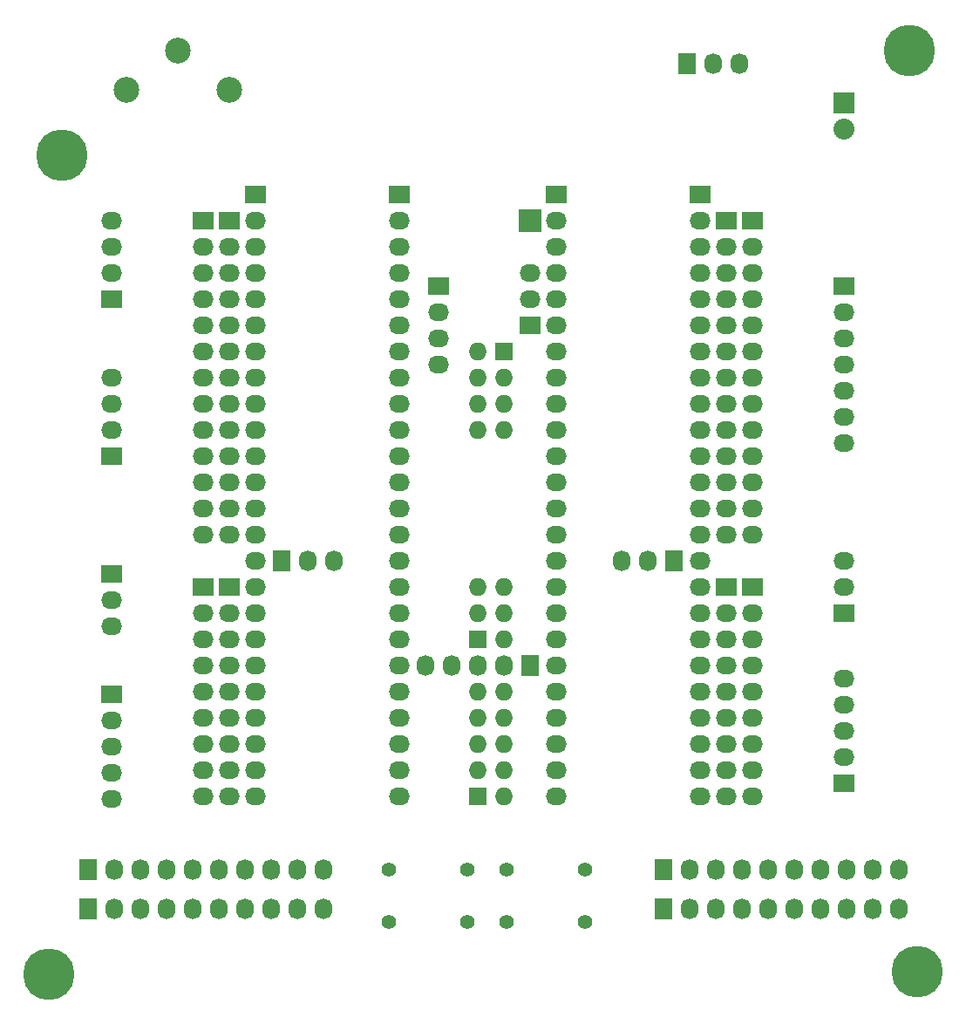
<source format=gbr>
G04 #@! TF.FileFunction,Soldermask,Top*
%FSLAX46Y46*%
G04 Gerber Fmt 4.6, Leading zero omitted, Abs format (unit mm)*
G04 Created by KiCad (PCBNEW 4.0.4-stable) date 12/11/16 07:23:16*
%MOMM*%
%LPD*%
G01*
G04 APERTURE LIST*
%ADD10C,0.100000*%
%ADD11C,1.397000*%
%ADD12R,1.727200X2.032000*%
%ADD13O,1.727200X2.032000*%
%ADD14C,2.499360*%
%ADD15R,2.032000X1.727200*%
%ADD16O,2.032000X1.727200*%
%ADD17R,1.727200X1.727200*%
%ADD18O,1.727200X1.727200*%
%ADD19R,2.235200X2.235200*%
%ADD20R,2.032000X2.032000*%
%ADD21O,2.032000X2.032000*%
%ADD22C,5.000000*%
G04 APERTURE END LIST*
D10*
D11*
X122174000Y-116332000D03*
X122174000Y-121412000D03*
X114554000Y-116332000D03*
X114554000Y-121412000D03*
D12*
X129794000Y-120142000D03*
D13*
X132334000Y-120142000D03*
X134874000Y-120142000D03*
X137414000Y-120142000D03*
X139954000Y-120142000D03*
X142494000Y-120142000D03*
X145034000Y-120142000D03*
X147574000Y-120142000D03*
X150114000Y-120142000D03*
X152654000Y-120142000D03*
D12*
X73914000Y-120142000D03*
D13*
X76454000Y-120142000D03*
X78994000Y-120142000D03*
X81534000Y-120142000D03*
X84074000Y-120142000D03*
X86614000Y-120142000D03*
X89154000Y-120142000D03*
X91694000Y-120142000D03*
X94234000Y-120142000D03*
X96774000Y-120142000D03*
D12*
X73914000Y-116332000D03*
D13*
X76454000Y-116332000D03*
X78994000Y-116332000D03*
X81534000Y-116332000D03*
X84074000Y-116332000D03*
X86614000Y-116332000D03*
X89154000Y-116332000D03*
X91694000Y-116332000D03*
X94234000Y-116332000D03*
X96774000Y-116332000D03*
D14*
X77627440Y-40640020D03*
X82628700Y-36840180D03*
X87629960Y-40640020D03*
D15*
X85090000Y-53340000D03*
D16*
X85090000Y-55880000D03*
X85090000Y-58420000D03*
X85090000Y-60960000D03*
X85090000Y-63500000D03*
X85090000Y-66040000D03*
X85090000Y-68580000D03*
X85090000Y-71120000D03*
X85090000Y-73660000D03*
X85090000Y-76200000D03*
X85090000Y-78740000D03*
X85090000Y-81280000D03*
X85090000Y-83820000D03*
D15*
X85090000Y-88900000D03*
D16*
X85090000Y-91440000D03*
X85090000Y-93980000D03*
X85090000Y-96520000D03*
X85090000Y-99060000D03*
X85090000Y-101600000D03*
X85090000Y-104140000D03*
X85090000Y-106680000D03*
X85090000Y-109220000D03*
D15*
X87630000Y-53340000D03*
D16*
X87630000Y-55880000D03*
X87630000Y-58420000D03*
X87630000Y-60960000D03*
X87630000Y-63500000D03*
X87630000Y-66040000D03*
X87630000Y-68580000D03*
X87630000Y-71120000D03*
X87630000Y-73660000D03*
X87630000Y-76200000D03*
X87630000Y-78740000D03*
X87630000Y-81280000D03*
X87630000Y-83820000D03*
D15*
X87630000Y-88900000D03*
D16*
X87630000Y-91440000D03*
X87630000Y-93980000D03*
X87630000Y-96520000D03*
X87630000Y-99060000D03*
X87630000Y-101600000D03*
X87630000Y-104140000D03*
X87630000Y-106680000D03*
X87630000Y-109220000D03*
D12*
X92710000Y-86360000D03*
D13*
X95250000Y-86360000D03*
X97790000Y-86360000D03*
D12*
X130810000Y-86360000D03*
D13*
X128270000Y-86360000D03*
X125730000Y-86360000D03*
D12*
X132080000Y-38100000D03*
D13*
X134620000Y-38100000D03*
X137160000Y-38100000D03*
D15*
X90170000Y-50800000D03*
D16*
X90170000Y-53340000D03*
X90170000Y-55880000D03*
X90170000Y-58420000D03*
X90170000Y-60960000D03*
X90170000Y-63500000D03*
X90170000Y-66040000D03*
X90170000Y-68580000D03*
X90170000Y-71120000D03*
X90170000Y-73660000D03*
X90170000Y-76200000D03*
X90170000Y-78740000D03*
X90170000Y-81280000D03*
X90170000Y-83820000D03*
X90170000Y-86360000D03*
X90170000Y-88900000D03*
X90170000Y-91440000D03*
X90170000Y-93980000D03*
X90170000Y-96520000D03*
X90170000Y-99060000D03*
X90170000Y-101600000D03*
X90170000Y-104140000D03*
X90170000Y-106680000D03*
X90170000Y-109220000D03*
D15*
X104140000Y-50800000D03*
D16*
X104140000Y-53340000D03*
X104140000Y-55880000D03*
X104140000Y-58420000D03*
X104140000Y-60960000D03*
X104140000Y-63500000D03*
X104140000Y-66040000D03*
X104140000Y-68580000D03*
X104140000Y-71120000D03*
X104140000Y-73660000D03*
X104140000Y-76200000D03*
X104140000Y-78740000D03*
X104140000Y-81280000D03*
X104140000Y-83820000D03*
X104140000Y-86360000D03*
X104140000Y-88900000D03*
X104140000Y-91440000D03*
X104140000Y-93980000D03*
X104140000Y-96520000D03*
X104140000Y-99060000D03*
X104140000Y-101600000D03*
X104140000Y-104140000D03*
X104140000Y-106680000D03*
X104140000Y-109220000D03*
D15*
X76200000Y-87630000D03*
D16*
X76200000Y-90170000D03*
X76200000Y-92710000D03*
D15*
X119380000Y-50800000D03*
D16*
X119380000Y-53340000D03*
X119380000Y-55880000D03*
X119380000Y-58420000D03*
X119380000Y-60960000D03*
X119380000Y-63500000D03*
X119380000Y-66040000D03*
X119380000Y-68580000D03*
X119380000Y-71120000D03*
X119380000Y-73660000D03*
X119380000Y-76200000D03*
X119380000Y-78740000D03*
X119380000Y-81280000D03*
X119380000Y-83820000D03*
X119380000Y-86360000D03*
X119380000Y-88900000D03*
X119380000Y-91440000D03*
X119380000Y-93980000D03*
X119380000Y-96520000D03*
X119380000Y-99060000D03*
X119380000Y-101600000D03*
X119380000Y-104140000D03*
X119380000Y-106680000D03*
X119380000Y-109220000D03*
D15*
X133350000Y-50800000D03*
D16*
X133350000Y-53340000D03*
X133350000Y-55880000D03*
X133350000Y-58420000D03*
X133350000Y-60960000D03*
X133350000Y-63500000D03*
X133350000Y-66040000D03*
X133350000Y-68580000D03*
X133350000Y-71120000D03*
X133350000Y-73660000D03*
X133350000Y-76200000D03*
X133350000Y-78740000D03*
X133350000Y-81280000D03*
X133350000Y-83820000D03*
X133350000Y-86360000D03*
X133350000Y-88900000D03*
X133350000Y-91440000D03*
X133350000Y-93980000D03*
X133350000Y-96520000D03*
X133350000Y-99060000D03*
X133350000Y-101600000D03*
X133350000Y-104140000D03*
X133350000Y-106680000D03*
X133350000Y-109220000D03*
D15*
X135890000Y-53340000D03*
D16*
X135890000Y-55880000D03*
X135890000Y-58420000D03*
X135890000Y-60960000D03*
X135890000Y-63500000D03*
X135890000Y-66040000D03*
X135890000Y-68580000D03*
X135890000Y-71120000D03*
X135890000Y-73660000D03*
X135890000Y-76200000D03*
X135890000Y-78740000D03*
X135890000Y-81280000D03*
X135890000Y-83820000D03*
D15*
X135890000Y-88900000D03*
D16*
X135890000Y-91440000D03*
X135890000Y-93980000D03*
X135890000Y-96520000D03*
X135890000Y-99060000D03*
X135890000Y-101600000D03*
X135890000Y-104140000D03*
X135890000Y-106680000D03*
X135890000Y-109220000D03*
D15*
X138430000Y-53340000D03*
D16*
X138430000Y-55880000D03*
X138430000Y-58420000D03*
X138430000Y-60960000D03*
X138430000Y-63500000D03*
X138430000Y-66040000D03*
X138430000Y-68580000D03*
X138430000Y-71120000D03*
X138430000Y-73660000D03*
X138430000Y-76200000D03*
X138430000Y-78740000D03*
X138430000Y-81280000D03*
X138430000Y-83820000D03*
D15*
X138430000Y-88900000D03*
D16*
X138430000Y-91440000D03*
X138430000Y-93980000D03*
X138430000Y-96520000D03*
X138430000Y-99060000D03*
X138430000Y-101600000D03*
X138430000Y-104140000D03*
X138430000Y-106680000D03*
X138430000Y-109220000D03*
D15*
X116840000Y-63500000D03*
D16*
X116840000Y-60960000D03*
X116840000Y-58420000D03*
D15*
X76200000Y-76200000D03*
D16*
X76200000Y-73660000D03*
X76200000Y-71120000D03*
X76200000Y-68580000D03*
D17*
X114300000Y-66040000D03*
D18*
X111760000Y-66040000D03*
X114300000Y-68580000D03*
X111760000Y-68580000D03*
X114300000Y-71120000D03*
X111760000Y-71120000D03*
X114300000Y-73660000D03*
X111760000Y-73660000D03*
D17*
X111760000Y-93980000D03*
D18*
X114300000Y-93980000D03*
X111760000Y-91440000D03*
X114300000Y-91440000D03*
X111760000Y-88900000D03*
X114300000Y-88900000D03*
D17*
X111760000Y-109220000D03*
D18*
X114300000Y-109220000D03*
X111760000Y-106680000D03*
X114300000Y-106680000D03*
X111760000Y-104140000D03*
X114300000Y-104140000D03*
X111760000Y-101600000D03*
X114300000Y-101600000D03*
X111760000Y-99060000D03*
X114300000Y-99060000D03*
D19*
X116840000Y-53340000D03*
D20*
X147320000Y-41910000D03*
D21*
X147320000Y-44450000D03*
D15*
X147320000Y-59690000D03*
D16*
X147320000Y-62230000D03*
X147320000Y-64770000D03*
X147320000Y-67310000D03*
X147320000Y-69850000D03*
X147320000Y-72390000D03*
X147320000Y-74930000D03*
D15*
X76200000Y-99314000D03*
D16*
X76200000Y-101854000D03*
X76200000Y-104394000D03*
X76200000Y-106934000D03*
X76200000Y-109474000D03*
D12*
X116840000Y-96520000D03*
D13*
X114300000Y-96520000D03*
X111760000Y-96520000D03*
X109220000Y-96520000D03*
X106680000Y-96520000D03*
D15*
X107950000Y-59690000D03*
D16*
X107950000Y-62230000D03*
X107950000Y-64770000D03*
X107950000Y-67310000D03*
D15*
X76200000Y-60960000D03*
D16*
X76200000Y-58420000D03*
X76200000Y-55880000D03*
X76200000Y-53340000D03*
D15*
X147320000Y-107950000D03*
D16*
X147320000Y-105410000D03*
X147320000Y-102870000D03*
X147320000Y-100330000D03*
X147320000Y-97790000D03*
D12*
X129794000Y-116332000D03*
D13*
X132334000Y-116332000D03*
X134874000Y-116332000D03*
X137414000Y-116332000D03*
X139954000Y-116332000D03*
X142494000Y-116332000D03*
X145034000Y-116332000D03*
X147574000Y-116332000D03*
X150114000Y-116332000D03*
X152654000Y-116332000D03*
D11*
X110744000Y-116332000D03*
X110744000Y-121412000D03*
X103124000Y-116332000D03*
X103124000Y-121412000D03*
D15*
X147320000Y-91440000D03*
D16*
X147320000Y-88900000D03*
X147320000Y-86360000D03*
D22*
X153670000Y-36830000D03*
X71374000Y-46990000D03*
X70104000Y-126492000D03*
X154432000Y-126238000D03*
M02*

</source>
